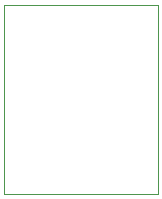
<source format=gbr>
%TF.GenerationSoftware,KiCad,Pcbnew,9.0.2*%
%TF.CreationDate,2026-01-04T09:32:38+09:00*%
%TF.ProjectId,BMI088,424d4930-3838-42e6-9b69-6361645f7063,rev?*%
%TF.SameCoordinates,Original*%
%TF.FileFunction,Profile,NP*%
%FSLAX46Y46*%
G04 Gerber Fmt 4.6, Leading zero omitted, Abs format (unit mm)*
G04 Created by KiCad (PCBNEW 9.0.2) date 2026-01-04 09:32:38*
%MOMM*%
%LPD*%
G01*
G04 APERTURE LIST*
%TA.AperFunction,Profile*%
%ADD10C,0.050000*%
%TD*%
G04 APERTURE END LIST*
D10*
X113000000Y-51000000D02*
X100000000Y-51000000D01*
X113000000Y-67000000D02*
X100000000Y-67000000D01*
X100000000Y-51000000D02*
X100000000Y-67000000D01*
X113000000Y-51000000D02*
X113000000Y-67000000D01*
M02*

</source>
